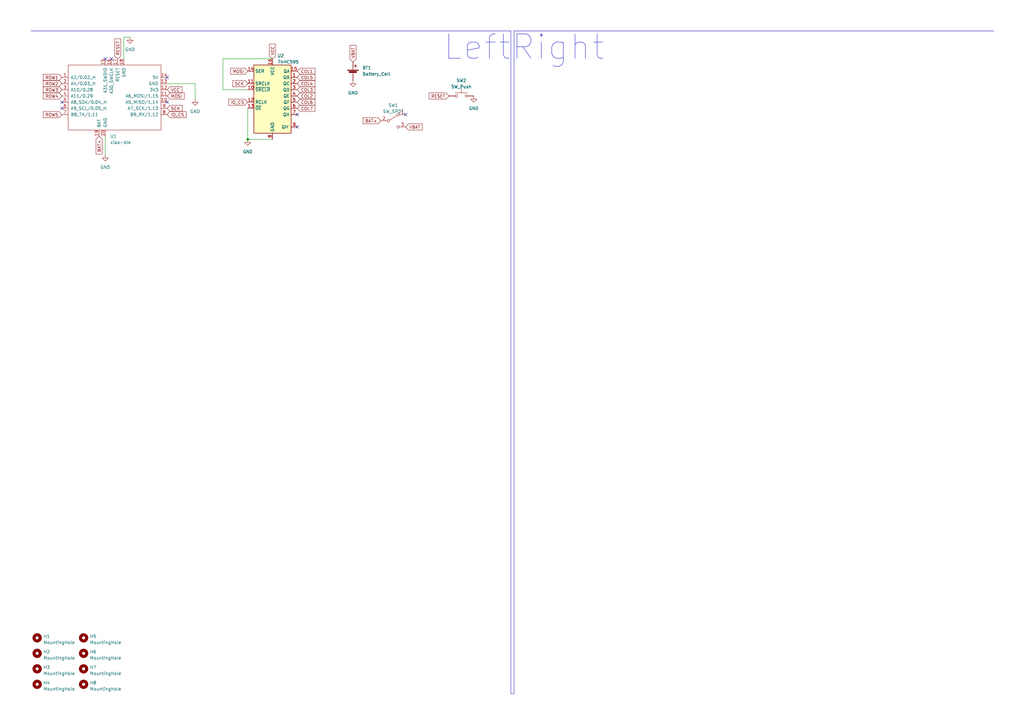
<source format=kicad_sch>
(kicad_sch (version 20230121) (generator eeschema)
  (paper "A3")
  (lib_symbols
    (symbol "74xx:74HC595"
      (property "Reference" "U" (at -7.62 13.97 0))
      (property "Value" "74HC595" (at -7.62 -16.51 0))
      (symbol "74HC595_1_0"
        (pin tri_state line (at 10.16 7.62 180) (length 2.54) (name "QB") (number "1"))
        (pin input line (at -10.16 2.54 0) (length 2.54) (name "~{SRCLR}") (number "10"))
        (pin input line (at -10.16 5.08 0) (length 2.54) (name "SRCLK") (number "11"))
        (pin input line (at -10.16 -2.54 0) (length 2.54) (name "RCLK") (number "12"))
        (pin input line (at -10.16 -5.08 0) (length 2.54) (name "~{OE}") (number "13"))
        (pin input line (at -10.16 10.16 0) (length 2.54) (name "SER") (number "14"))
        (pin tri_state line (at 10.16 10.16 180) (length 2.54) (name "QA") (number "15"))
        (pin power_in line (at 0 15.24 270) (length 2.54) (name "VCC") (number "16"))
        (pin tri_state line (at 10.16 5.08 180) (length 2.54) (name "QC") (number "2"))
        (pin tri_state line (at 10.16 2.54 180) (length 2.54) (name "QD") (number "3"))
        (pin tri_state line (at 10.16 0 180) (length 2.54) (name "QE") (number "4"))
        (pin tri_state line (at 10.16 -2.54 180) (length 2.54) (name "QF") (number "5"))
        (pin tri_state line (at 10.16 -5.08 180) (length 2.54) (name "QG") (number "6"))
        (pin tri_state line (at 10.16 -7.62 180) (length 2.54) (name "QH") (number "7"))
        (pin power_in line (at 0 -17.78 90) (length 2.54) (name "GND") (number "8"))
        (pin output line (at 10.16 -12.7 180) (length 2.54) (name "QH'") (number "9"))
      )
      (symbol "74HC595_1_1"
        (rectangle (start -7.62 12.7) (end 7.62 -15.24) (stroke (width 0.254)) (fill (type background)))
      )
    )
    (symbol "Device:Battery_Cell" (pin_numbers hide) (pin_names (offset 0) hide)
      (property "Reference" "BT" (at 2.54 2.54 0))
      (property "Value" "Battery_Cell" (at 2.54 0 0))
      (symbol "Battery_Cell_0_1"
        (rectangle (start -2.286 1.778) (end 2.286 1.524) (fill (type outline)))
        (rectangle (start -1.5748 1.1938) (end 1.4732 0.6858) (fill (type outline)))
        (polyline (pts (xy 0 0.762) (xy 0 0)))
        (polyline (pts (xy 0 1.778) (xy 0 2.54)))
        (polyline (pts (xy 0.508 3.429) (xy 1.524 3.429)) (stroke (width 0.254)))
        (polyline (pts (xy 1.016 3.937) (xy 1.016 2.921)) (stroke (width 0.254)))
      )
      (symbol "Battery_Cell_1_1"
        (pin passive line (at 0 5.08 270) (length 2.54) (name "+") (number "1"))
        (pin passive line (at 0 -2.54 90) (length 2.54) (name "-") (number "2"))
      )
    )
    (symbol "Mechanical:MountingHole" (pin_names (offset 1.016))
      (property "Reference" "H" (at 0 5.08 0))
      (property "Value" "MountingHole" (at 0 3.175 0))
      (symbol "MountingHole_0_1"
        (circle (center 0 0) (radius 1.27) (stroke (width 1.27)))
      )
    )
    (symbol "Switch:SW_Push" (pin_numbers hide) (pin_names (offset 1.016) hide)
      (property "Reference" "SW" (at 1.27 2.54 0))
      (property "Value" "SW_Push" (at 0 -1.524 0))
      (symbol "SW_Push_0_1"
        (circle (center -2.032 0) (radius 0.508))
        (polyline (pts (xy 0 1.27) (xy 0 3.048)))
        (polyline (pts (xy 2.54 1.27) (xy -2.54 1.27)))
        (circle (center 2.032 0) (radius 0.508))
        (pin passive line (at -5.08 0 0) (length 2.54) (name "1") (number "1"))
        (pin passive line (at 5.08 0 180) (length 2.54) (name "2") (number "2"))
      )
    )
    (symbol "Switch:SW_SPDT" (pin_names (offset 0) hide)
      (property "Reference" "SW" (at 0 4.318 0))
      (property "Value" "SW_SPDT" (at 0 -5.08 0))
      (symbol "SW_SPDT_0_0"
        (circle (center -2.032 0) (radius 0.508))
        (circle (center 2.032 -2.54) (radius 0.508))
      )
      (symbol "SW_SPDT_0_1"
        (polyline (pts (xy -1.524 0.254) (xy 1.651 2.286)))
        (circle (center 2.032 2.54) (radius 0.508))
      )
      (symbol "SW_SPDT_1_1"
        (pin passive line (at 5.08 2.54 180) (length 2.54) (name "A") (number "1"))
        (pin passive line (at -5.08 0 0) (length 2.54) (name "B") (number "2"))
        (pin passive line (at 5.08 -2.54 180) (length 2.54) (name "C") (number "3"))
      )
    )
    (symbol "power:GND" (power) (pin_names (offset 0))
      (property "Value" "GND" (at 0 -3.81 0))
      (symbol "GND_0_1"
        (polyline (pts (xy 0 0) (xy 0 -1.27) (xy 1.27 -1.27) (xy 0 -2.54) (xy -1.27 -1.27) (xy 0 -1.27)))
      )
      (symbol "GND_1_1"
        (pin power_in line (at 0 0 270) (length 0) hide (name "GND") (number "1"))
      )
    )
    (symbol "sepp:xiao-ble-geist" (pin_names (offset 1.016))
      (property "Reference" "U1" (at -19.304 17.78 0))
      (property "Value" "xiao-ble" (at -19.304 15.24 0))
      (symbol "xiao-ble-geist_0_1"
        (rectangle (start -19.05 12.7) (end 19.05 -13.97))
      )
      (symbol "xiao-ble-geist_1_1"
        (pin bidirectional line (at -21.59 7.62 0) (length 2.54) (name "A2/0.02_H") (number "1"))
        (pin bidirectional line (at 21.59 -2.54 180) (length 2.54) (name "A5_MISO/1.14") (number "10"))
        (pin bidirectional line (at 21.59 0 180) (length 2.54) (name "A6_MOSI/1.15") (number "11"))
        (pin power_out line (at 21.59 2.54 180) (length 2.54) (name "3V3") (number "12"))
        (pin power_out line (at 21.59 5.08 180) (length 2.54) (name "GND") (number "13"))
        (pin power_out line (at 21.59 7.62 180) (length 2.54) (name "5V") (number "14"))
        (pin input line (at -3.81 15.24 270) (length 2.54) (name "A31_SWDIO") (number "15"))
        (pin input line (at -1.27 15.24 270) (length 2.54) (name "A30_SWCLK") (number "16"))
        (pin input line (at 1.27 15.24 270) (length 2.54) (name "RESET") (number "17"))
        (pin power_out line (at 3.81 15.24 270) (length 2.54) (name "GND") (number "18"))
        (pin bidirectional line (at -6.35 -16.51 90) (length 2.54) (name "BAT") (number "19"))
        (pin bidirectional line (at -21.59 5.08 0) (length 2.54) (name "A4/0.03_H") (number "2"))
        (pin power_out line (at -3.81 -16.51 90) (length 2.54) (name "GND") (number "20"))
        (pin bidirectional line (at -21.59 2.54 0) (length 2.54) (name "A10/0.28") (number "3"))
        (pin bidirectional line (at -21.59 0 0) (length 2.54) (name "A11/0.29") (number "4"))
        (pin bidirectional line (at -21.59 -2.54 0) (length 2.54) (name "A8_SDA/0.04_H") (number "5"))
        (pin bidirectional line (at -21.59 -5.08 0) (length 2.54) (name "A9_SCL/0.05_H") (number "6"))
        (pin bidirectional line (at -21.59 -7.62 0) (length 2.54) (name "B8_TX/1.11") (number "7"))
        (pin bidirectional line (at 21.59 -7.62 180) (length 2.54) (name "B9_RX/1.12") (number "8"))
        (pin bidirectional line (at 21.59 -5.08 180) (length 2.54) (name "A7_SCK/1.13") (number "9"))
      )
    )
  )
  (junction (at 101.6 57.15))
  (no_connect (at 25.4 44.45))
  (no_connect (at 121.92 46.99))
  (no_connect (at 68.58 31.75))
  (no_connect (at 68.58 41.91))
  (no_connect (at 166.37 46.99))
  (no_connect (at 45.72 24.13))
  (no_connect (at 25.4 41.91))
  (no_connect (at 43.18 24.13))
  (no_connect (at 121.92 52.07))
  (polyline (pts (xy 210.82 12.7) (xy 210.82 284.48)))
  (wire (pts (xy 80.01 40.64) (xy 80.01 34.29)))
  (wire (pts (xy 91.44 24.13) (xy 111.76 24.13)))
  (wire (pts (xy 91.44 36.83) (xy 91.44 24.13)))
  (wire (pts (xy 53.34 15.24) (xy 50.8 15.24)))
  (polyline (pts (xy 210.82 284.48) (xy 209.55 284.48)))
  (wire (pts (xy 50.8 15.24) (xy 50.8 24.13)))
  (wire (pts (xy 101.6 36.83) (xy 91.44 36.83)))
  (polyline (pts (xy 209.55 284.48) (xy 209.55 12.7)))
  (wire (pts (xy 80.01 34.29) (xy 68.58 34.29)))
  (polyline (pts (xy 407.67 12.7) (xy 210.82 12.7)))
  (wire (pts (xy 101.6 44.45) (xy 101.6 57.15)))
  (wire (pts (xy 101.6 57.15) (xy 111.76 57.15)))
  (polyline (pts (xy 12.7 12.7) (xy 209.55 12.7)))
  (wire (pts (xy 43.18 63.5) (xy 43.18 55.88)))
  (text "Left" (at 181.61 25.4 0) (effects (font (size 10 10)) (justify left bottom)))
  (text "Right" (at 209.55 25.4 0) (effects (font (size 10 10)) (justify left bottom)))
  (global_label "COL4" (shape input) (at 121.92 34.29 0) (property "Intersheetrefs" "${INTERSHEET_REFS}" (effects hide)))
  (global_label "RESET" (shape input) (at 48.26 24.13 90) (property "Intersheetrefs" "${INTERSHEET_REFS}" (effects hide)))
  (global_label "COL1" (shape input) (at 121.92 29.21 0) (property "Intersheetrefs" "${INTERSHEET_REFS}" (effects hide)))
  (global_label "ROW1" (shape input) (at 25.4 31.75 180) (property "Intersheetrefs" "${INTERSHEET_REFS}" (effects hide)))
  (global_label "COL6" (shape input) (at 121.92 41.91 0) (property "Intersheetrefs" "${INTERSHEET_REFS}" (effects hide)))
  (global_label "IO_CS" (shape input) (at 101.6 41.91 180) (property "Intersheetrefs" "${INTERSHEET_REFS}" (effects hide)))
  (global_label "SCK" (shape input) (at 68.58 44.45 0) (property "Intersheetrefs" "${INTERSHEET_REFS}" (effects hide)))
  (global_label "BAT+" (shape input) (at 156.21 49.53 180) (property "Intersheetrefs" "${INTERSHEET_REFS}" (effects hide)))
  (global_label "MOSI" (shape input) (at 68.58 39.37 0) (property "Intersheetrefs" "${INTERSHEET_REFS}" (effects hide)))
  (global_label "VCC" (shape input) (at 111.76 24.13 90) (property "Intersheetrefs" "${INTERSHEET_REFS}" (effects hide)))
  (global_label "COL2" (shape input) (at 121.92 39.37 0) (property "Intersheetrefs" "${INTERSHEET_REFS}" (effects hide)))
  (global_label "ROW3" (shape input) (at 25.4 36.83 180) (property "Intersheetrefs" "${INTERSHEET_REFS}" (effects hide)))
  (global_label "VBAT" (shape input) (at 144.78 25.4 90) (property "Intersheetrefs" "${INTERSHEET_REFS}" (effects hide)))
  (global_label "SCK" (shape input) (at 101.6 34.29 180) (property "Intersheetrefs" "${INTERSHEET_REFS}" (effects hide)))
  (global_label "BAT+" (shape input) (at 40.64 55.88 270) (property "Intersheetrefs" "${INTERSHEET_REFS}" (effects hide)))
  (global_label "IO_CS" (shape input) (at 68.58 46.99 0) (property "Intersheetrefs" "${INTERSHEET_REFS}" (effects hide)))
  (global_label "COL3" (shape input) (at 121.92 36.83 0) (property "Intersheetrefs" "${INTERSHEET_REFS}" (effects hide)))
  (global_label "ROW5" (shape input) (at 25.4 46.99 180) (property "Intersheetrefs" "${INTERSHEET_REFS}" (effects hide)))
  (global_label "VCC" (shape input) (at 68.58 36.83 0) (property "Intersheetrefs" "${INTERSHEET_REFS}" (effects hide)))
  (global_label "VBAT" (shape input) (at 166.37 52.07 0) (property "Intersheetrefs" "${INTERSHEET_REFS}" (effects hide)))
  (global_label "COL7" (shape input) (at 121.92 44.45 0) (property "Intersheetrefs" "${INTERSHEET_REFS}" (effects hide)))
  (global_label "RESET" (shape input) (at 184.15 39.37 180) (property "Intersheetrefs" "${INTERSHEET_REFS}" (effects hide)))
  (global_label "MOSI" (shape input) (at 101.6 29.21 180) (property "Intersheetrefs" "${INTERSHEET_REFS}" (effects hide)))
  (global_label "ROW2" (shape input) (at 25.4 34.29 180) (property "Intersheetrefs" "${INTERSHEET_REFS}" (effects hide)))
  (global_label "ROW4" (shape input) (at 25.4 39.37 180) (property "Intersheetrefs" "${INTERSHEET_REFS}" (effects hide)))
  (global_label "COL5" (shape input) (at 121.92 31.75 0) (property "Intersheetrefs" "${INTERSHEET_REFS}" (effects hide)))
  (symbol (lib_id "Mechanical:MountingHole") (at 15.24 261.62 0) (unit 1)
    (property "Reference" "H1" (at 17.78 260.985 0) (effects (justify left)))
    (property "Value" "MountingHole" (at 17.78 263.525 0) (effects (justify left)))
    (property "Footprint" "MountingHole:MountingHole_2.2mm_M2_DIN965" (effects hide))
  )
  (symbol (lib_id "power:GND") (at 53.34 15.24 0) (unit 1)
    (property "Reference" "#PWR02" (effects hide))
    (property "Value" "GND" (at 53.34 20.32 0))
  )
  (symbol (lib_id "power:GND") (at 101.6 57.15 0) (unit 1)
    (property "Reference" "#PWR04" (effects hide))
    (property "Value" "GND" (at 101.6 62.23 0))
  )
  (symbol (lib_id "power:GND") (at 80.01 40.64 0) (unit 1)
    (property "Reference" "#PWR03" (effects hide))
    (property "Value" "GND" (at 80.01 45.72 0))
  )
  (symbol (lib_id "Switch:SW_Push") (at 189.23 39.37 0) (unit 1)
    (property "Reference" "SW2" (at 189.23 33.02 0))
    (property "Value" "SW_Push" (at 189.23 35.56 0))
    (property "Footprint" "sepp:ResetSW" (effects hide))
  )
  (symbol (lib_id "power:GND") (at 144.78 33.02 0) (unit 1)
    (property "Reference" "#PWR05" (effects hide))
    (property "Value" "GND" (at 144.78 38.1 0))
  )
  (symbol (lib_id "74xx:74HC595") (at 111.76 39.37 0) (unit 1)
    (property "Reference" "U2" (at 113.7159 22.86 0) (effects (justify left)))
    (property "Value" "74HC595" (at 113.7159 25.4 0) (effects (justify left)))
    (property "Footprint" "Package_SO:SOP-16_3.9x9.9mm_P1.27mm" (effects hide))
    (property "Datasheet" "http://www.ti.com/lit/ds/symlink/sn74hc595.pdf" (effects hide))
  )
  (symbol (lib_id "power:GND") (at 194.31 39.37 0) (unit 1)
    (property "Reference" "#PWR06" (effects hide))
    (property "Value" "GND" (at 194.31 44.45 0))
  )
  (symbol (lib_id "Mechanical:MountingHole") (at 15.24 274.32 0) (unit 1)
    (property "Reference" "H3" (at 17.78 273.685 0) (effects (justify left)))
    (property "Value" "MountingHole" (at 17.78 276.225 0) (effects (justify left)))
    (property "Footprint" "MountingHole:MountingHole_2.2mm_M2_DIN965" (effects hide))
  )
  (symbol (lib_id "sepp:xiao-ble-geist") (at 46.99 39.37 0) (unit 1)
    (property "Reference" "U1" (at 45.1359 55.88 0) (effects (justify left)))
    (property "Value" "xiao-ble" (at 45.1359 58.42 0) (effects (justify left)))
    (property "Footprint" "sepp:xiao-ble-smd-cutout-geist" (effects hide))
  )
  (symbol (lib_id "Mechanical:MountingHole") (at 34.29 280.67 0) (unit 1)
    (property "Reference" "H8" (at 36.83 280.035 0) (effects (justify left)))
    (property "Value" "MountingHole" (at 36.83 282.575 0) (effects (justify left)))
    (property "Footprint" "MountingHole:MountingHole_2.2mm_M2_DIN965" (effects hide))
  )
  (symbol (lib_id "Mechanical:MountingHole") (at 34.29 274.32 0) (unit 1)
    (property "Reference" "H7" (at 36.83 273.685 0) (effects (justify left)))
    (property "Value" "MountingHole" (at 36.83 276.225 0) (effects (justify left)))
    (property "Footprint" "MountingHole:MountingHole_2.2mm_M2_DIN965" (effects hide))
  )
  (symbol (lib_id "Mechanical:MountingHole") (at 15.24 280.67 0) (unit 1)
    (property "Reference" "H4" (at 17.78 280.035 0) (effects (justify left)))
    (property "Value" "MountingHole" (at 17.78 282.575 0) (effects (justify left)))
    (property "Footprint" "MountingHole:MountingHole_2.2mm_M2_DIN965" (effects hide))
  )
  (symbol (lib_id "Mechanical:MountingHole") (at 15.24 267.97 0) (unit 1)
    (property "Reference" "H2" (at 17.78 267.335 0) (effects (justify left)))
    (property "Value" "MountingHole" (at 17.78 269.875 0) (effects (justify left)))
    (property "Footprint" "MountingHole:MountingHole_2.2mm_M2_DIN965" (effects hide))
  )
  (symbol (lib_id "Mechanical:MountingHole") (at 34.29 261.62 0) (unit 1)
    (property "Reference" "H5" (at 36.83 260.985 0) (effects (justify left)))
    (property "Value" "MountingHole" (at 36.83 263.525 0) (effects (justify left)))
    (property "Footprint" "MountingHole:MountingHole_2.2mm_M2_DIN965" (effects hide))
  )
  (symbol (lib_id "power:GND") (at 43.18 63.5 0) (unit 1)
    (property "Reference" "#PWR01" (effects hide))
    (property "Value" "GND" (at 43.18 68.58 0))
  )
  (symbol (lib_id "Mechanical:MountingHole") (at 34.29 267.97 0) (unit 1)
    (property "Reference" "H6" (at 36.83 267.335 0) (effects (justify left)))
    (property "Value" "MountingHole" (at 36.83 269.875 0) (effects (justify left)))
    (property "Footprint" "MountingHole:MountingHole_2.2mm_M2_DIN965" (effects hide))
  )
  (symbol (lib_id "Device:Battery_Cell") (at 144.78 30.48 0) (unit 1)
    (property "Reference" "BT1" (at 148.59 27.813 0) (effects (justify left)))
    (property "Value" "Battery_Cell" (at 148.59 30.353 0) (effects (justify left)))
    (property "Footprint" "Connector_JST:JST_PH_S2B-PH-K_1x02_P2.00mm_Horizontal" (effects hide))
  )
  (symbol (lib_id "Switch:SW_SPDT") (at 161.29 49.53 0) (unit 1)
    (property "Reference" "SW1" (at 161.29 43.18 0))
    (property "Value" "SW_SPDT" (at 161.29 45.72 0))
    (property "Footprint" "sepp:switch-MSK-12C02-smd" (effects hide))
  )
)
</source>
